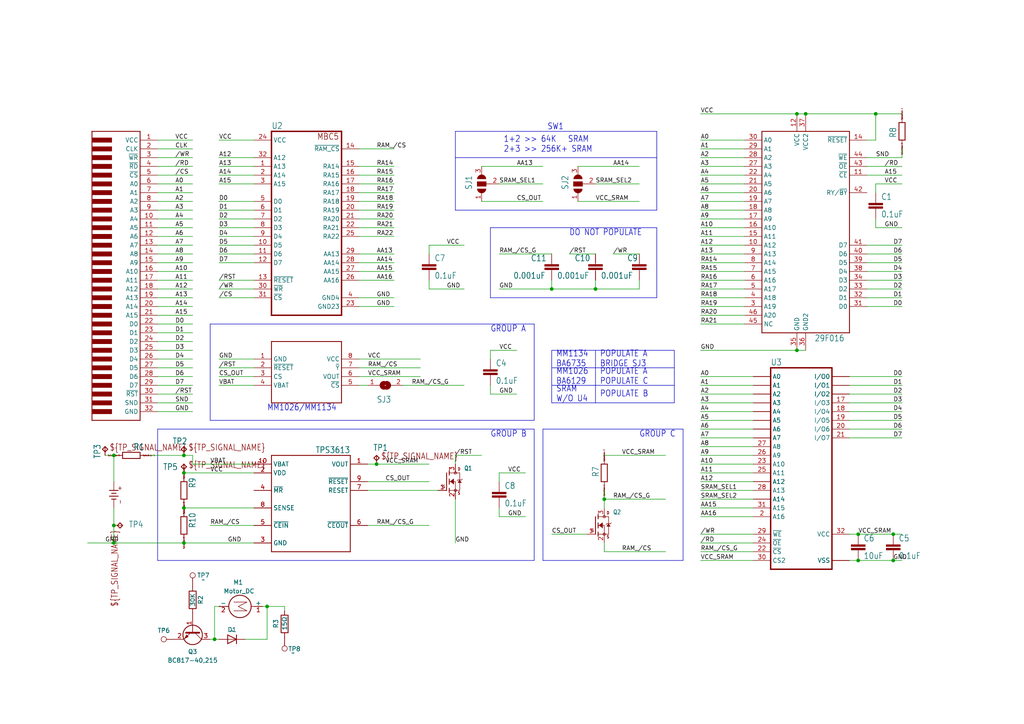
<source format=kicad_sch>
(kicad_sch (version 20231120) (generator "eeschema") (generator_version "8.0")
  (paper "A4")
  (lib_symbols
    (symbol "Connector:TestPoint" (pin_numbers hide) (pin_names (offset 0.762) hide)
      (property "Reference" "TP" (at 0 6.858 0))
      (property "Value" "TestPoint" (at 0 5.08 0))
      (symbol "TestPoint_1_1"
        (pin passive line (at 0 0 90) (length 2.54) (name "1") (number "1"))
      )
    )
    (symbol "Device:D" (pin_numbers hide) (pin_names (offset 1.016) hide)
      (property "Reference" "D" (at 0 2.54 0))
      (property "Value" "D" (at 0 -2.54 0))
      (symbol "D_1_1"
        (pin passive line (at -3.81 0 0) (length 2.54) (name "K") (number "1"))
        (pin passive line (at 3.81 0 180) (length 2.54) (name "A") (number "2"))
      )
    )
    (symbol "Device:Q_NPN_BEC" (pin_names (offset 0) hide)
      (property "Reference" "Q" (at 5.08 1.27 0))
      (property "Value" "Q_NPN_BEC" (at 5.08 -1.27 0))
      (symbol "Q_NPN_BEC_1_1"
        (pin input line (at -5.08 0 0) (length 5.715) (name "B") (number "1"))
        (pin passive line (at 2.54 -5.08 90) (length 2.54) (name "E") (number "2"))
        (pin passive line (at 2.54 5.08 270) (length 2.54) (name "C") (number "3"))
      )
    )
    (symbol "Device:R" (pin_numbers hide) (pin_names (offset 0))
      (property "Reference" "R" (at 2.032 0 90))
      (property "Value" "R" (at 0 0 90))
      (symbol "R_1_1"
        (pin passive line (at 0 3.81 270) (length 1.27) (name "~") (number "1"))
        (pin passive line (at 0 -3.81 90) (length 1.27) (name "~") (number "2"))
      )
    )
    (symbol "MBC5_1-4-eagle-import:1008L"
      (property "Reference" "IC" (at -10.16 20.955 0))
      (symbol "1008L_1_0"
        (pin input line (at -15.24 12.7 0) (length 5.08) (name "A2") (number "10"))
        (pin input line (at -15.24 15.24 0) (length 5.08) (name "A1") (number "11"))
        (pin input line (at -15.24 17.78 0) (length 5.08) (name "A0") (number "12"))
        (pin bidirectional line (at 12.7 17.78 180) (length 5.08) (name "I/O0") (number "13"))
        (pin bidirectional line (at 12.7 15.24 180) (length 5.08) (name "I/O1") (number "14"))
        (pin bidirectional line (at 12.7 12.7 180) (length 5.08) (name "I/O2") (number "15"))
        (pin power_in line (at 12.7 -35.56 180) (length 5.08) (name "VSS") (number "16"))
        (pin bidirectional line (at 12.7 10.16 180) (length 5.08) (name "I/O3") (number "17"))
        (pin bidirectional line (at 12.7 7.62 180) (length 5.08) (name "I/O4") (number "18"))
        (pin bidirectional line (at 12.7 5.08 180) (length 5.08) (name "I/O5") (number "19"))
        (pin input line (at -15.24 -22.86 0) (length 5.08) (name "A16") (number "2"))
        (pin bidirectional line (at 12.7 2.54 180) (length 5.08) (name "I/O6") (number "20"))
        (pin bidirectional line (at 12.7 0 180) (length 5.08) (name "I/O7") (number "21"))
        (pin input line (at -15.24 -33.02 0) (length 5.08) (name "~{CS}") (number "22"))
        (pin input line (at -15.24 -7.62 0) (length 5.08) (name "A10") (number "23"))
        (pin input line (at -15.24 -30.48 0) (length 5.08) (name "~{OE}") (number "24"))
        (pin input line (at -15.24 -10.16 0) (length 5.08) (name "A11") (number "25"))
        (pin input line (at -15.24 -5.08 0) (length 5.08) (name "A9") (number "26"))
        (pin input line (at -15.24 -2.54 0) (length 5.08) (name "A8") (number "27"))
        (pin input line (at -15.24 -15.24 0) (length 5.08) (name "A13") (number "28"))
        (pin input line (at -15.24 -27.94 0) (length 5.08) (name "~{WE}") (number "29"))
        (pin input line (at -15.24 -17.78 0) (length 5.08) (name "A14") (number "3"))
        (pin input line (at -15.24 -35.56 0) (length 5.08) (name "CS2") (number "30"))
        (pin input line (at -15.24 -20.32 0) (length 5.08) (name "A15") (number "31"))
        (pin power_in line (at 12.7 -27.94 180) (length 5.08) (name "VCC") (number "32"))
        (pin input line (at -15.24 -12.7 0) (length 5.08) (name "A12") (number "4"))
        (pin input line (at -15.24 0 0) (length 5.08) (name "A7") (number "5"))
        (pin input line (at -15.24 2.54 0) (length 5.08) (name "A6") (number "6"))
        (pin input line (at -15.24 5.08 0) (length 5.08) (name "A5") (number "7"))
        (pin input line (at -15.24 7.62 0) (length 5.08) (name "A4") (number "8"))
        (pin input line (at -15.24 10.16 0) (length 5.08) (name "A3") (number "9"))
        (pin input line (at -15.24 12.7 0) (length 5.08) (name "A2") (number "L10"))
        (pin input line (at -15.24 15.24 0) (length 5.08) (name "A1") (number "L11"))
        (pin input line (at -15.24 17.78 0) (length 5.08) (name "A0") (number "L12"))
        (pin bidirectional line (at 12.7 17.78 180) (length 5.08) (name "I/O0") (number "L13"))
        (pin bidirectional line (at 12.7 15.24 180) (length 5.08) (name "I/O1") (number "L14"))
        (pin bidirectional line (at 12.7 12.7 180) (length 5.08) (name "I/O2") (number "L15"))
        (pin power_in line (at 12.7 -35.56 180) (length 5.08) (name "VSS") (number "L16"))
        (pin input line (at -15.24 -17.78 0) (length 5.08) (name "A14") (number "L3"))
        (pin input line (at -15.24 -12.7 0) (length 5.08) (name "A12") (number "L4"))
        (pin input line (at -15.24 0 0) (length 5.08) (name "A7") (number "L5"))
        (pin input line (at -15.24 2.54 0) (length 5.08) (name "A6") (number "L6"))
        (pin input line (at -15.24 5.08 0) (length 5.08) (name "A5") (number "L7"))
        (pin input line (at -15.24 7.62 0) (length 5.08) (name "A4") (number "L8"))
        (pin input line (at -15.24 10.16 0) (length 5.08) (name "A3") (number "L9"))
      )
    )
    (symbol "MBC5_1-4-eagle-import:29F016"
      (symbol "29F016_1_0"
        (pin input line (at -17.78 -5.08 0) (length 5.08) (name "A12") (number "10"))
        (pin input line (at 17.78 15.24 180) (length 5.08) (name "~{CE}") (number "11"))
        (pin power_in line (at -2.54 33.02 270) (length 5.08) (name "VCC") (number "12"))
        (pin input line (at 17.78 25.4 180) (length 5.08) (name "~{RESET}") (number "14"))
        (pin input line (at -17.78 -2.54 0) (length 5.08) (name "A11") (number "15"))
        (pin input line (at -17.78 0 0) (length 5.08) (name "A10") (number "16"))
        (pin input line (at -17.78 2.54 0) (length 5.08) (name "A9") (number "17"))
        (pin input line (at -17.78 5.08 0) (length 5.08) (name "A8") (number "18"))
        (pin input line (at -17.78 7.62 0) (length 5.08) (name "A7") (number "19"))
        (pin input line (at -17.78 10.16 0) (length 5.08) (name "A6") (number "20"))
        (pin input line (at -17.78 12.7 0) (length 5.08) (name "A5") (number "21"))
        (pin input line (at -17.78 15.24 0) (length 5.08) (name "A4") (number "22"))
        (pin input line (at -17.78 17.78 0) (length 5.08) (name "A3") (number "27"))
        (pin input line (at -17.78 20.32 0) (length 5.08) (name "A2") (number "28"))
        (pin input line (at -17.78 22.86 0) (length 5.08) (name "A1") (number "29"))
        (pin input line (at -17.78 -22.86 0) (length 5.08) (name "A19") (number "3"))
        (pin input line (at -17.78 25.4 0) (length 5.08) (name "A0") (number "30"))
        (pin bidirectional line (at 17.78 -22.86 180) (length 5.08) (name "D0") (number "31"))
        (pin bidirectional line (at 17.78 -20.32 180) (length 5.08) (name "D1") (number "32"))
        (pin bidirectional line (at 17.78 -17.78 180) (length 5.08) (name "D2") (number "33"))
        (pin bidirectional line (at 17.78 -15.24 180) (length 5.08) (name "D3") (number "34"))
        (pin power_in line (at -2.54 -35.56 90) (length 5.08) (name "GND") (number "35"))
        (pin power_in line (at 0 -35.56 90) (length 5.08) (name "GND2") (number "36"))
        (pin power_in line (at 0 33.02 270) (length 5.08) (name "VCC2") (number "37"))
        (pin bidirectional line (at 17.78 -12.7 180) (length 5.08) (name "D4") (number "38"))
        (pin bidirectional line (at 17.78 -10.16 180) (length 5.08) (name "D5") (number "39"))
        (pin input line (at -17.78 -20.32 0) (length 5.08) (name "A18") (number "4"))
        (pin bidirectional line (at 17.78 -7.62 180) (length 5.08) (name "D6") (number "40"))
        (pin bidirectional line (at 17.78 -5.08 180) (length 5.08) (name "D7") (number "41"))
        (pin output line (at 17.78 10.16 180) (length 5.08) (name "RY/~{BY}") (number "42"))
        (pin input line (at 17.78 17.78 180) (length 5.08) (name "~{OE}") (number "43"))
        (pin input line (at 17.78 20.32 180) (length 5.08) (name "~{WE}") (number "44"))
        (pin input line (at -17.78 -27.94 0) (length 5.08) (name "NC") (number "45"))
        (pin input line (at -17.78 -25.4 0) (length 5.08) (name "A20") (number "46"))
        (pin input line (at -17.78 -17.78 0) (length 5.08) (name "A17") (number "5"))
        (pin input line (at -17.78 -15.24 0) (length 5.08) (name "A16") (number "6"))
        (pin input line (at -17.78 -12.7 0) (length 5.08) (name "A15") (number "7"))
        (pin input line (at -17.78 -10.16 0) (length 5.08) (name "A14") (number "8"))
        (pin input line (at -17.78 -7.62 0) (length 5.08) (name "A13") (number "9"))
      )
    )
    (symbol "MBC5_1-4-eagle-import:C-EUC0603"
      (property "Reference" "C" (at 1.524 0.381 0))
      (symbol "C-EUC0603_1_0"
        (pin passive line (at 0 2.54 270) (length 2.54) (name "1") (number "1"))
        (pin passive line (at 0 -5.08 90) (length 2.54) (name "2") (number "2"))
      )
    )
    (symbol "MBC5_1-4-eagle-import:CR2025"
      (symbol "CR2025_1_0"
        (text "+" (at -2.54 0 0) (effects (font (size 1.27 1.0795)) (justify left bottom)))
        (text "-" (at -2.54 -2.54 900) (effects (font (size 1.27 1.0795)) (justify right top)))
        (pin power_in line (at 0 2.54 270) (length 2.54) (name "+") (number "+"))
        (pin power_in line (at 0 -5.08 90) (length 2.54) (name "-") (number "-"))
      )
    )
    (symbol "MBC5_1-4-eagle-import:GBC_CARTTAB"
      (symbol "GBC_CARTTAB_1_0"
        (pin power_in line (at 10.16 38.1 180) (length 5.08) (name "VCC") (number "1"))
        (pin output line (at 10.16 15.24 180) (length 5.08) (name "A4") (number "10"))
        (pin output line (at 10.16 12.7 180) (length 5.08) (name "A5") (number "11"))
        (pin output line (at 10.16 10.16 180) (length 5.08) (name "A6") (number "12"))
        (pin output line (at 10.16 7.62 180) (length 5.08) (name "A7") (number "13"))
        (pin output line (at 10.16 5.08 180) (length 5.08) (name "A8") (number "14"))
        (pin output line (at 10.16 2.54 180) (length 5.08) (name "A9") (number "15"))
        (pin output line (at 10.16 0 180) (length 5.08) (name "A10") (number "16"))
        (pin output line (at 10.16 -2.54 180) (length 5.08) (name "A11") (number "17"))
        (pin output line (at 10.16 -5.08 180) (length 5.08) (name "A12") (number "18"))
        (pin output line (at 10.16 -7.62 180) (length 5.08) (name "A13") (number "19"))
        (pin output line (at 10.16 35.56 180) (length 5.08) (name "CLK") (number "2"))
        (pin output line (at 10.16 -10.16 180) (length 5.08) (name "A14") (number "20"))
        (pin output line (at 10.16 -12.7 180) (length 5.08) (name "A15") (number "21"))
        (pin bidirectional line (at 10.16 -15.24 180) (length 5.08) (name "D0") (number "22"))
        (pin bidirectional line (at 10.16 -17.78 180) (length 5.08) (name "D1") (number "23"))
        (pin bidirectional line (at 10.16 -20.32 180) (length 5.08) (name "D2") (number "24"))
        (pin bidirectional line (at 10.16 -22.86 180) (length 5.08) (name "D3") (number "25"))
        (pin bidirectional line (at 10.16 -25.4 180) (length 5.08) (name "D4") (number "26"))
        (pin bidirectional line (at 10.16 -27.94 180) (length 5.08) (name "D5") (number "27"))
        (pin bidirectional line (at 10.16 -30.48 180) (length 5.08) (name "D6") (number "28"))
        (pin bidirectional line (at 10.16 -33.02 180) (length 5.08) (name "D7") (number "29"))
        (pin output line (at 10.16 33.02 180) (length 5.08) (name "~{WR}") (number "3"))
        (pin bidirectional line (at 10.16 -35.56 180) (length 5.08) (name "~{RST}") (number "30"))
        (pin bidirectional line (at 10.16 -38.1 180) (length 5.08) (name "SND") (number "31"))
        (pin power_in line (at 10.16 -40.64 180) (length 5.08) (name "GND") (number "32"))
        (pin output line (at 10.16 30.48 180) (length 5.08) (name "~{RD}") (number "4"))
        (pin output line (at 10.16 27.94 180) (length 5.08) (name "~{CS}") (number "5"))
        (pin output line (at 10.16 25.4 180) (length 5.08) (name "A0") (number "6"))
        (pin output line (at 10.16 22.86 180) (length 5.08) (name "A1") (number "7"))
        (pin output line (at 10.16 20.32 180) (length 5.08) (name "A2") (number "8"))
        (pin output line (at 10.16 17.78 180) (length 5.08) (name "A3") (number "9"))
      )
    )
    (symbol "MBC5_1-4-eagle-import:MBC5"
      (property "Reference" "IC" (at -10.16 26.035 0))
      (symbol "MBC5_1_0"
        (text "MBC5" (at 3.048 22.86 0) (effects (font (size 1.778 1.5113)) (justify left bottom)))
        (pin input line (at -15.24 15.24 0) (length 5.08) (name "A13") (number "1"))
        (pin input line (at -15.24 -7.62 0) (length 5.08) (name "D5") (number "10"))
        (pin input line (at -15.24 -10.16 0) (length 5.08) (name "D6") (number "11"))
        (pin input line (at -15.24 -12.7 0) (length 5.08) (name "D7") (number "12"))
        (pin input line (at -15.24 -17.78 0) (length 5.08) (name "~{RESET}") (number "13"))
        (pin output line (at 15.24 20.32 180) (length 5.08) (name "~{RAM_CS}") (number "14"))
        (pin output line (at 15.24 15.24 180) (length 5.08) (name "RA14") (number "15"))
        (pin output line (at 15.24 12.7 180) (length 5.08) (name "RA15") (number "16"))
        (pin output line (at 15.24 10.16 180) (length 5.08) (name "RA16") (number "17"))
        (pin output line (at 15.24 7.62 180) (length 5.08) (name "RA17") (number "18"))
        (pin output line (at 15.24 5.08 180) (length 5.08) (name "RA18") (number "19"))
        (pin input line (at -15.24 12.7 0) (length 5.08) (name "A14") (number "2"))
        (pin output line (at 15.24 2.54 180) (length 5.08) (name "RA19") (number "20"))
        (pin output line (at 15.24 0 180) (length 5.08) (name "RA20") (number "21"))
        (pin output line (at 15.24 -2.54 180) (length 5.08) (name "RA21") (number "22"))
        (pin power_in line (at 15.24 -25.4 180) (length 5.08) (name "GND23") (number "23"))
        (pin power_in line (at -15.24 22.86 0) (length 5.08) (name "VCC") (number "24"))
        (pin output line (at 15.24 -5.08 180) (length 5.08) (name "RA22") (number "25"))
        (pin output line (at 15.24 -17.78 180) (length 5.08) (name "AA16") (number "26"))
        (pin output line (at 15.24 -15.24 180) (length 5.08) (name "AA15") (number "27"))
        (pin output line (at 15.24 -12.7 180) (length 5.08) (name "AA14") (number "28"))
        (pin output line (at 15.24 -10.16 180) (length 5.08) (name "AA13") (number "29"))
        (pin input line (at -15.24 10.16 0) (length 5.08) (name "A15") (number "3"))
        (pin input line (at -15.24 -20.32 0) (length 5.08) (name "~{WR}") (number "30"))
        (pin input line (at -15.24 -22.86 0) (length 5.08) (name "~{CS}") (number "31"))
        (pin input line (at -15.24 17.78 0) (length 5.08) (name "A12") (number "32"))
        (pin power_in line (at 15.24 -22.86 180) (length 5.08) (name "GND4") (number "4"))
        (pin input line (at -15.24 5.08 0) (length 5.08) (name "D0") (number "5"))
        (pin input line (at -15.24 2.54 0) (length 5.08) (name "D1") (number "6"))
        (pin input line (at -15.24 0 0) (length 5.08) (name "D2") (number "7"))
        (pin input line (at -15.24 -2.54 0) (length 5.08) (name "D3") (number "8"))
        (pin input line (at -15.24 -5.08 0) (length 5.08) (name "D4") (number "9"))
      )
    )
    (symbol "MBC5_1-4-eagle-import:MM1134"
      (symbol "MM1134_1_0"
        (pin power_in line (at -15.24 5.08 0) (length 5.08) (name "GND") (number "1"))
        (pin input line (at -15.24 2.54 0) (length 5.08) (name "~{RESET}") (number "2"))
        (pin output line (at -15.24 0 0) (length 5.08) (name "CS") (number "3"))
        (pin power_in line (at -15.24 -2.54 0) (length 5.08) (name "VBAT") (number "4"))
        (pin output line (at 15.24 -2.54 180) (length 5.08) (name "~{CS}") (number "5"))
        (pin power_in line (at 15.24 0 180) (length 5.08) (name "VOUT") (number "6"))
        (pin input line (at 15.24 2.54 180) (length 5.08) (name "~{Y}") (number "7"))
        (pin power_in line (at 15.24 5.08 180) (length 5.08) (name "VCC") (number "8"))
      )
    )
    (symbol "MBC5_1-4-eagle-import:MOSFET-NREFLOW"
      (property "Reference" "Q" (at 5.08 0.635 0))
      (symbol "MOSFET-NREFLOW_1_0"
        (text "D" (at 3.175 3.175 0) (effects (font (size 0.8128 0.6908)) (justify left bottom)))
        (text "G" (at -1.27 -1.905 0) (effects (font (size 0.8128 0.6908)) (justify left bottom)))
        (text "S" (at 3.175 -3.81 0) (effects (font (size 0.8128 0.6908)) (justify left bottom)))
        (pin bidirectional line (at -2.54 -2.54 0) (length 2.54) (name "G") (number "1"))
        (pin bidirectional line (at 2.54 -5.08 90) (length 2.54) (name "S") (number "2"))
        (pin bidirectional line (at 2.54 5.08 270) (length 2.54) (name "D") (number "3"))
      )
    )
    (symbol "MBC5_1-4-eagle-import:RR0603"
      (property "Reference" "R" (at -3.81 1.4986 0))
      (symbol "RR0603_1_0"
        (text "SpiceOrder 1" (at -5.08 0 0) (effects (font (size 0.4064 0.3454))))
        (text "SpiceOrder 2" (at 5.08 0 0) (effects (font (size 0.4064 0.3454))))
        (pin passive line (at -5.08 0 0) (length 2.54) (name "1") (number "1"))
        (pin passive line (at 5.08 0 180) (length 2.54) (name "2") (number "2"))
      )
    )
    (symbol "MBC5_1-4-eagle-import:SJ"
      (property "Reference" "SJ" (at -2.54 2.54 0))
      (symbol "SJ_1_0"
        (pin passive line (at -5.08 0 0) (length 2.54) (name "1") (number "1"))
        (pin passive line (at 5.08 0 180) (length 2.54) (name "2") (number "2"))
      )
    )
    (symbol "MBC5_1-4-eagle-import:SJ2W"
      (property "Reference" "SJ" (at 2.54 0.381 0))
      (symbol "SJ2W_1_0"
        (pin passive line (at 0 5.08 270) (length 2.54) (name "1") (number "1"))
        (pin passive line (at -5.08 0 0) (length 2.54) (name "2") (number "2"))
        (pin passive line (at 0 -5.08 90) (length 2.54) (name "3") (number "3"))
      )
    )
    (symbol "MBC5_1-4-eagle-import:TPB1,27"
      (property "Reference" "TP" (at -1.27 1.27 0))
      (symbol "TPB1,27_1_0"
        (text "${TP_SIGNAL_NAME}" (at 1.27 -1.27 0) (effects (font (size 1.778 1.5113)) (justify left bottom)))
        (pin input line (at 0 -2.54 90) (length 2.54) (name "TP") (number "TP"))
      )
    )
    (symbol "MBC5_1-4-eagle-import:TPS3613"
      (symbol "TPS3613_1_0"
        (pin power_in line (at 17.78 10.16 180) (length 5.08) (name "VOUT") (number "1"))
        (pin power_in line (at -15.24 10.16 0) (length 5.08) (name "VBAT") (number "10"))
        (pin power_in line (at -15.24 7.62 0) (length 5.08) (name "VDD") (number "2"))
        (pin power_in line (at -15.24 -12.7 0) (length 5.08) (name "GND") (number "3"))
        (pin input line (at -15.24 2.54 0) (length 5.08) (name "~{MR}") (number "4"))
        (pin input line (at -15.24 -7.62 0) (length 5.08) (name "~{CEIN}") (number "5"))
        (pin output line (at 17.78 -7.62 180) (length 5.08) (name "~{CEOUT}") (number "6"))
        (pin output line (at 17.78 2.54 180) (length 5.08) (name "RESET") (number "7"))
        (pin input line (at -15.24 -2.54 0) (length 5.08) (name "SENSE") (number "8"))
        (pin output line (at 17.78 5.08 180) (length 5.08) (name "~{RESET}") (number "9"))
      )
    )
    (symbol "Motor:Motor_DC" (pin_names (offset 0))
      (property "Reference" "M" (at 2.54 2.54 0))
      (property "Value" "Motor_DC" (at 2.54 -5.08 0))
      (symbol "Motor_DC_1_1"
        (pin passive line (at 0 5.08 270) (length 2.54) (name "+") (number "1"))
        (pin passive line (at 0 -7.62 90) (length 2.54) (name "-") (number "2"))
      )
    )
  )
  (junction (at 233.68 33.02))
  (junction (at 231.14 101.6))
  (junction (at 53.34 147.32))
  (junction (at 33.02 132.08))
  (junction (at 77.47 175.895))
  (junction (at 259.08 162.56))
  (junction (at 33.02 152.4))
  (junction (at 175.26 144.78))
  (junction (at 62.23 185.42))
  (junction (at 172.72 83.82))
  (junction (at 259.08 154.94))
  (junction (at 109.22 134.62))
  (junction (at 231.14 33.02))
  (junction (at 248.92 162.56))
  (junction (at 254 33.02))
  (junction (at 33.02 157.48))
  (junction (at 160.02 83.82))
  (junction (at 53.34 137.16))
  (junction (at 53.34 132.08))
  (junction (at 53.34 157.48))
  (junction (at 248.92 154.94))
  (wire (pts (xy 63.5 175.895) (xy 62.23 175.895)))
  (wire (pts (xy 259.08 162.56) (xy 261.62 162.56)) (stroke (width 0.1524)))
  (polyline (pts (xy 190.5 66.04) (xy 142.24 66.04)) (stroke (width 0.1524) (type solid)))
  (wire (pts (xy 104.14 76.2) (xy 114.3 76.2)) (stroke (width 0.1524)))
  (wire (pts (xy 62.23 175.895) (xy 62.23 185.42)))
  (wire (pts (xy 63.5 83.82) (xy 73.66 83.82)) (stroke (width 0.1524)))
  (wire (pts (xy 45.72 58.42) (xy 55.88 58.42)) (stroke (width 0.1524)))
  (wire (pts (xy 144.78 149.86) (xy 152.4 149.86)) (stroke (width 0.1524)))
  (wire (pts (xy 218.44 149.86) (xy 203.2 149.86)) (stroke (width 0.1524)))
  (wire (pts (xy 104.14 106.68) (xy 121.92 106.68)) (stroke (width 0.1524)))
  (wire (pts (xy 55.88 134.62) (xy 55.88 132.08)) (stroke (width 0.1524)))
  (wire (pts (xy 45.72 86.36) (xy 55.88 86.36)) (stroke (width 0.1524)))
  (wire (pts (xy 82.55 175.895) (xy 82.55 177.165)))
  (wire (pts (xy 261.62 81.28) (xy 251.46 81.28)) (stroke (width 0.1524)))
  (polyline (pts (xy 45.72 162.56) (xy 45.72 124.46)) (stroke (width 0.1524) (type solid)))
  (wire (pts (xy 160.02 83.82) (xy 144.78 83.82)) (stroke (width 0.1524)))
  (wire (pts (xy 132.08 134.62) (xy 132.08 132.08)) (stroke (width 0.1524)))
  (wire (pts (xy 63.5 48.26) (xy 73.66 48.26)) (stroke (width 0.1524)))
  (wire (pts (xy 175.26 142.24) (xy 175.26 144.78)) (stroke (width 0.1524)))
  (wire (pts (xy 203.2 63.5) (xy 215.9 63.5)) (stroke (width 0.1524)))
  (wire (pts (xy 33.02 147.32) (xy 33.02 152.4)) (stroke (width 0.1524)))
  (wire (pts (xy 175.26 132.08) (xy 193.04 132.08)) (stroke (width 0.1524)))
  (wire (pts (xy 104.14 111.76) (xy 106.68 111.76)) (stroke (width 0.1524)))
  (wire (pts (xy 63.5 60.96) (xy 73.66 60.96)) (stroke (width 0.1524)))
  (wire (pts (xy 77.47 175.895) (xy 77.47 185.42)))
  (wire (pts (xy 203.2 160.02) (xy 218.44 160.02)) (stroke (width 0.1524)))
  (wire (pts (xy 203.2 129.54) (xy 218.44 129.54)) (stroke (width 0.1524)))
  (wire (pts (xy 77.47 175.895) (xy 82.55 175.895)))
  (wire (pts (xy 246.38 154.94) (xy 248.92 154.94)) (stroke (width 0.1524)))
  (wire (pts (xy 142.24 101.6) (xy 149.86 101.6)) (stroke (width 0.1524)))
  (wire (pts (xy 251.46 45.72) (xy 261.62 45.72)) (stroke (width 0.1524)))
  (wire (pts (xy 45.72 116.84) (xy 55.88 116.84)) (stroke (width 0.1524)))
  (wire (pts (xy 203.2 132.08) (xy 218.44 132.08)) (stroke (width 0.1524)))
  (wire (pts (xy 261.62 88.9) (xy 251.46 88.9)) (stroke (width 0.1524)))
  (wire (pts (xy 124.46 83.82) (xy 134.62 83.82)) (stroke (width 0.1524)))
  (wire (pts (xy 63.5 45.72) (xy 73.66 45.72)) (stroke (width 0.1524)))
  (wire (pts (xy 45.72 83.82) (xy 55.88 83.82)) (stroke (width 0.1524)))
  (wire (pts (xy 104.14 50.8) (xy 114.3 50.8)) (stroke (width 0.1524)))
  (wire (pts (xy 45.72 111.76) (xy 55.88 111.76)) (stroke (width 0.1524)))
  (polyline (pts (xy 154.94 124.46) (xy 154.94 162.56)) (stroke (width 0.1524) (type solid)))
  (wire (pts (xy 185.42 83.82) (xy 172.72 83.82)) (stroke (width 0.1524)))
  (wire (pts (xy 104.14 109.22) (xy 121.92 109.22)) (stroke (width 0.1524)))
  (wire (pts (xy 63.5 76.2) (xy 73.66 76.2)) (stroke (width 0.1524)))
  (wire (pts (xy 33.02 132.08) (xy 33.02 139.7)) (stroke (width 0.1524)))
  (polyline (pts (xy 195.58 111.76) (xy 195.58 116.84)) (stroke (width 0.1524) (type solid)))
  (wire (pts (xy 104.14 78.74) (xy 114.3 78.74)) (stroke (width 0.1524)))
  (wire (pts (xy 73.66 109.22) (xy 63.5 109.22)) (stroke (width 0.1524)))
  (wire (pts (xy 45.72 76.2) (xy 55.88 76.2)) (stroke (width 0.1524)))
  (wire (pts (xy 203.2 124.46) (xy 218.44 124.46)) (stroke (width 0.1524)))
  (wire (pts (xy 160.02 83.82) (xy 172.72 83.82)) (stroke (width 0.1524)))
  (wire (pts (xy 203.2 50.8) (xy 215.9 50.8)) (stroke (width 0.1524)))
  (wire (pts (xy 106.68 139.7) (xy 124.46 139.7)) (stroke (width 0.1524)))
  (wire (pts (xy 231.14 33.02) (xy 203.2 33.02)) (stroke (width 0.1524)))
  (wire (pts (xy 203.2 139.7) (xy 218.44 139.7)) (stroke (width 0.1524)))
  (wire (pts (xy 246.38 114.3) (xy 261.62 114.3)) (stroke (width 0.1524)))
  (wire (pts (xy 142.24 111.76) (xy 142.24 114.3)) (stroke (width 0.1524)))
  (wire (pts (xy 144.78 147.32) (xy 144.78 149.86)) (stroke (width 0.1524)))
  (wire (pts (xy 45.72 48.26) (xy 55.88 48.26)) (stroke (width 0.1524)))
  (wire (pts (xy 73.66 81.28) (xy 63.5 81.28)) (stroke (width 0.1524)))
  (wire (pts (xy 246.38 121.92) (xy 261.62 121.92)) (stroke (width 0.1524)))
  (wire (pts (xy 77.47 185.42) (xy 71.12 185.42)))
  (wire (pts (xy 124.46 71.12) (xy 134.62 71.12)) (stroke (width 0.1524)))
  (wire (pts (xy 63.5 68.58) (xy 73.66 68.58)) (stroke (width 0.1524)))
  (wire (pts (xy 104.14 104.14) (xy 121.92 104.14)) (stroke (width 0.1524)))
  (wire (pts (xy 175.26 160.02) (xy 175.26 157.48)) (stroke (width 0.1524)))
  (wire (pts (xy 261.62 66.04) (xy 254 66.04)) (stroke (width 0.1524)))
  (wire (pts (xy 63.5 63.5) (xy 73.66 63.5)) (stroke (width 0.1524)))
  (polyline (pts (xy 160.02 106.68) (xy 160.02 101.6)) (stroke (width 0.1524) (type solid)))
  (wire (pts (xy 203.2 53.34) (xy 215.9 53.34)) (stroke (width 0.1524)))
  (polyline (pts (xy 132.08 45.72) (xy 132.08 38.1)) (stroke (width 0.1524) (type solid)))
  (wire (pts (xy 261.62 83.82) (xy 251.46 83.82)) (stroke (width 0.1524)))
  (wire (pts (xy 142.24 104.14) (xy 142.24 101.6)) (stroke (width 0.1524)))
  (wire (pts (xy 104.14 68.58) (xy 114.3 68.58)) (stroke (width 0.1524)))
  (polyline (pts (xy 160.02 111.76) (xy 195.58 111.76)) (stroke (width 0.1524) (type solid)))
  (wire (pts (xy 254 33.02) (xy 254 40.64)) (stroke (width 0.1524)))
  (wire (pts (xy 45.72 68.58) (xy 55.88 68.58)) (stroke (width 0.1524)))
  (wire (pts (xy 203.2 134.62) (xy 218.44 134.62)) (stroke (width 0.1524)))
  (wire (pts (xy 203.2 76.2) (xy 215.9 76.2)) (stroke (width 0.1524)))
  (wire (pts (xy 63.5 53.34) (xy 73.66 53.34)) (stroke (width 0.1524)))
  (wire (pts (xy 254 66.04) (xy 254 63.5)) (stroke (width 0.1524)))
  (wire (pts (xy 142.24 114.3) (xy 149.86 114.3)) (stroke (width 0.1524)))
  (wire (pts (xy 33.02 152.4) (xy 33.02 157.48)) (stroke (width 0.1524)))
  (wire (pts (xy 73.66 134.62) (xy 55.88 134.62)) (stroke (width 0.1524)))
  (polyline (pts (xy 154.94 121.92) (xy 154.94 93.98)) (stroke (width 0.1524) (type solid)))
  (wire (pts (xy 160.02 81.28) (xy 160.02 83.82)) (stroke (width 0.1524)))
  (wire (pts (xy 203.2 109.22) (xy 218.44 109.22)) (stroke (width 0.1524)))
  (polyline (pts (xy 198.12 124.46) (xy 198.12 162.56)) (stroke (width 0.1524) (type solid)))
  (wire (pts (xy 139.7 132.08) (xy 132.08 132.08)) (stroke (width 0.1524)))
  (wire (pts (xy 203.2 91.44) (xy 215.9 91.44)) (stroke (width 0.1524)))
  (wire (pts (xy 63.5 40.64) (xy 73.66 40.64)) (stroke (width 0.1524)))
  (polyline (pts (xy 160.02 106.68) (xy 195.58 106.68)) (stroke (width 0.1524) (type solid)))
  (wire (pts (xy 218.44 144.78) (xy 203.2 144.78)) (stroke (width 0.1524)))
  (wire (pts (xy 233.68 33.02) (xy 231.14 33.02)) (stroke (width 0.1524)))
  (polyline (pts (xy 190.5 60.96) (xy 190.5 45.72)) (stroke (width 0.1524) (type solid)))
  (wire (pts (xy 45.72 50.8) (xy 55.88 50.8)) (stroke (width 0.1524)))
  (wire (pts (xy 45.72 53.34) (xy 55.88 53.34)) (stroke (width 0.1524)))
  (wire (pts (xy 45.72 106.68) (xy 55.88 106.68)) (stroke (width 0.1524)))
  (wire (pts (xy 203.2 48.26) (xy 215.9 48.26)) (stroke (width 0.1524)))
  (wire (pts (xy 254 40.64) (xy 251.46 40.64)) (stroke (width 0.1524)))
  (wire (pts (xy 45.72 71.12) (xy 55.88 71.12)) (stroke (width 0.1524)))
  (wire (pts (xy 185.42 73.66) (xy 177.8 73.66)) (stroke (width 0.1524)))
  (wire (pts (xy 53.34 132.08) (xy 43.18 132.08)) (stroke (width 0.1524)))
  (polyline (pts (xy 190.5 45.72) (xy 190.5 38.1)) (stroke (width 0.1524) (type solid)))
  (polyline (pts (xy 157.48 162.56) (xy 157.48 124.46)) (stroke (width 0.1524) (type solid)))
  (wire (pts (xy 261.62 76.2) (xy 251.46 76.2)) (stroke (width 0.1524)))
  (wire (pts (xy 104.14 73.66) (xy 114.3 73.66)) (stroke (width 0.1524)))
  (wire (pts (xy 134.62 111.76) (xy 116.84 111.76)) (stroke (width 0.1524)))
  (wire (pts (xy 45.72 66.04) (xy 55.88 66.04)) (stroke (width 0.1524)))
  (wire (pts (xy 261.62 53.34) (xy 254 53.34)) (stroke (width 0.1524)))
  (wire (pts (xy 261.62 73.66) (xy 251.46 73.66)) (stroke (width 0.1524)))
  (wire (pts (xy 124.46 152.4) (xy 106.68 152.4)) (stroke (width 0.1524)))
  (polyline (pts (xy 190.5 86.36) (xy 190.5 66.04)) (stroke (width 0.1524) (type solid)))
  (wire (pts (xy 172.72 83.82) (xy 172.72 81.28)) (stroke (width 0.1524)))
  (wire (pts (xy 254 53.34) (xy 254 55.88)) (stroke (width 0.1524)))
  (wire (pts (xy 124.46 83.82) (xy 124.46 81.28)) (stroke (width 0.1524)))
  (wire (pts (xy 63.5 66.04) (xy 73.66 66.04)) (stroke (width 0.1524)))
  (polyline (pts (xy 154.94 93.98) (xy 60.96 93.98)) (stroke (width 0.1524) (type solid)))
  (wire (pts (xy 203.2 43.18) (xy 215.9 43.18)) (stroke (width 0.1524)))
  (wire (pts (xy 215.9 93.98) (xy 203.2 93.98)) (stroke (width 0.1524)))
  (wire (pts (xy 60.96 185.42) (xy 62.23 185.42)))
  (wire (pts (xy 203.2 40.64) (xy 215.9 40.64)) (stroke (width 0.1524)))
  (wire (pts (xy 261.62 86.36) (xy 251.46 86.36)) (stroke (width 0.1524)))
  (wire (pts (xy 104.14 43.18) (xy 114.3 43.18)) (stroke (width 0.1524)))
  (wire (pts (xy 63.5 71.12) (xy 73.66 71.12)) (stroke (width 0.1524)))
  (wire (pts (xy 261.62 78.74) (xy 251.46 78.74)) (stroke (width 0.1524)))
  (wire (pts (xy 45.72 91.44) (xy 55.88 91.44)) (stroke (width 0.1524)))
  (wire (pts (xy 203.2 86.36) (xy 215.9 86.36)) (stroke (width 0.1524)))
  (wire (pts (xy 45.72 101.6) (xy 55.88 101.6)) (stroke (width 0.1524)))
  (wire (pts (xy 45.72 55.88) (xy 55.88 55.88)) (stroke (width 0.1524)))
  (wire (pts (xy 218.44 157.48) (xy 203.2 157.48)) (stroke (width 0.1524)))
  (wire (pts (xy 62.23 185.42) (xy 63.5 185.42)))
  (wire (pts (xy 203.2 121.92) (xy 218.44 121.92)) (stroke (width 0.1524)))
  (polyline (pts (xy 195.58 116.84) (xy 172.72 116.84)) (stroke (width 0.1524) (type solid)))
  (wire (pts (xy 172.72 73.66) (xy 165.1 73.66)) (stroke (width 0.1524)))
  (wire (pts (xy 73.66 157.48) (xy 53.34 157.48)) (stroke (width 0.1524)))
  (wire (pts (xy 246.38 127) (xy 261.62 127)) (stroke (width 0.1524)))
  (wire (pts (xy 203.2 78.74) (xy 215.9 78.74)) (stroke (width 0.1524)))
  (wire (pts (xy 45.72 96.52) (xy 55.88 96.52)) (stroke (width 0.1524)))
  (wire (pts (xy 233.68 101.6) (xy 231.14 101.6)) (stroke (width 0.1524)))
  (wire (pts (xy 203.2 88.9) (xy 215.9 88.9)) (stroke (width 0.1524)))
  (wire (pts (xy 203.2 68.58) (xy 215.9 68.58)) (stroke (width 0.1524)))
  (wire (pts (xy 104.14 48.26) (xy 114.3 48.26)) (stroke (width 0.1524)))
  (wire (pts (xy 63.5 50.8) (xy 73.66 50.8)) (stroke (width 0.1524)))
  (wire (pts (xy 45.72 93.98) (xy 55.88 93.98)) (stroke (width 0.1524)))
  (wire (pts (xy 167.64 48.26) (xy 185.42 48.26)) (stroke (width 0.1524)))
  (wire (pts (xy 104.14 60.96) (xy 114.3 60.96)) (stroke (width 0.1524)))
  (polyline (pts (xy 172.72 101.6) (xy 172.72 116.84)) (stroke (width 0.1524) (type solid)))
  (wire (pts (xy 203.2 111.76) (xy 218.44 111.76)) (stroke (width 0.1524)))
  (wire (pts (xy 104.14 55.88) (xy 114.3 55.88)) (stroke (width 0.1524)))
  (wire (pts (xy 203.2 45.72) (xy 215.9 45.72)) (stroke (width 0.1524)))
  (wire (pts (xy 144.78 137.16) (xy 152.4 137.16)) (stroke (width 0.1524)))
  (wire (pts (xy 106.68 142.24) (xy 127 142.24)) (stroke (width 0.1524)))
  (polyline (pts (xy 154.94 162.56) (xy 45.72 162.56)) (stroke (width 0.1524) (type solid)))
  (polyline (pts (xy 60.96 121.92) (xy 60.96 93.98)) (stroke (width 0.1524) (type solid)))
  (wire (pts (xy 160.02 154.94) (xy 170.18 154.94)) (stroke (width 0.1524)))
  (wire (pts (xy 104.14 81.28) (xy 114.3 81.28)) (stroke (width 0.1524)))
  (wire (pts (xy 203.2 114.3) (xy 218.44 114.3)) (stroke (width 0.1524)))
  (wire (pts (xy 172.72 53.34) (xy 185.42 53.34)) (stroke (width 0.1524)))
  (wire (pts (xy 175.26 144.78) (xy 175.26 147.32)) (stroke (width 0.1524)))
  (wire (pts (xy 203.2 81.28) (xy 215.9 81.28)) (stroke (width 0.1524)))
  (polyline (pts (xy 160.02 116.84) (xy 160.02 111.76)) (stroke (width 0.1524) (type solid)))
  (wire (pts (xy 261.62 71.12) (xy 251.46 71.12)) (stroke (width 0.1524)))
  (wire (pts (xy 246.38 162.56) (xy 248.92 162.56)) (stroke (width 0.1524)))
  (wire (pts (xy 45.72 40.64) (xy 55.88 40.64)) (stroke (width 0.1524)))
  (wire (pts (xy 60.96 152.4) (xy 73.66 152.4)) (stroke (width 0.1524)))
  (wire (pts (xy 203.2 162.56) (xy 218.44 162.56)) (stroke (width 0.1524)))
  (wire (pts (xy 185.42 81.28) (xy 185.42 83.82)) (stroke (width 0.1524)))
  (polyline (pts (xy 195.58 101.6) (xy 195.58 106.68)) (stroke (width 0.1524) (type solid)))
  (wire (pts (xy 203.2 60.96) (xy 215.9 60.96)) (stroke (width 0.1524)))
  (wire (pts (xy 203.2 147.32) (xy 218.44 147.32)) (stroke (width 0.1524)))
  (wire (pts (xy 144.78 137.16) (xy 144.78 139.7)) (stroke (width 0.1524)))
  (polyline (pts (xy 160.02 111.76) (xy 160.02 106.68)) (stroke (width 0.1524) (type solid)))
  (wire (pts (xy 55.88 132.08) (xy 53.34 132.08)) (stroke (width 0.1524)))
  (wire (pts (xy 45.72 45.72) (xy 55.88 45.72)) (stroke (width 0.1524)))
  (wire (pts (xy 175.26 144.78) (xy 193.04 144.78)) (stroke (width 0.1524)))
  (wire (pts (xy 259.08 154.94) (xy 261.62 154.94)) (stroke (width 0.1524)))
  (wire (pts (xy 73.66 137.16) (xy 53.34 137.16)) (stroke (width 0.1524)))
  (wire (pts (xy 233.68 33.02) (xy 254 33.02)) (stroke (width 0.1524)))
  (wire (pts (xy 45.72 63.5) (xy 55.88 63.5)) (stroke (width 0.1524)))
  (polyline (pts (xy 172.72 116.84) (xy 160.02 116.84)) (stroke (width 0.1524) (type solid)))
  (wire (pts (xy 139.7 48.26) (xy 157.48 48.26)) (stroke (width 0.1524)))
  (wire (pts (xy 45.72 78.74) (xy 55.88 78.74)) (stroke (width 0.1524)))
  (wire (pts (xy 248.92 154.94) (xy 259.08 154.94)) (stroke (width 0.1524)))
  (wire (pts (xy 73.66 106.68) (xy 63.5 106.68)) (stroke (width 0.1524)))
  (wire (pts (xy 246.38 119.38) (xy 261.62 119.38)) (stroke (width 0.1524)))
  (wire (pts (xy 261.62 45.72) (xy 261.62 43.18)) (stroke (width 0.1524)))
  (polyline (pts (xy 132.08 45.72) (xy 190.5 45.72)) (stroke (width 0.1524) (type solid)))
  (wire (pts (xy 167.64 58.42) (xy 185.42 58.42)) (stroke (width 0.1524)))
  (wire (pts (xy 45.72 114.3) (xy 55.88 114.3)) (stroke (width 0.1524)))
  (polyline (pts (xy 45.72 124.46) (xy 154.94 124.46)) (stroke (width 0.1524) (type solid)))
  (wire (pts (xy 203.2 127) (xy 218.44 127)) (stroke (width 0.1524)))
  (wire (pts (xy 144.78 73.66) (xy 160.02 73.66)) (stroke (width 0.1524)))
  (wire (pts (xy 203.2 116.84) (xy 218.44 116.84)) (stroke (width 0.1524)))
  (wire (pts (xy 104.14 86.36) (xy 114.3 86.36)) (stroke (width 0.1524)))
  (wire (pts (xy 231.14 101.6) (xy 203.2 101.6)) (stroke (width 0.1524)))
  (wire (pts (xy 248.92 162.56) (xy 259.08 162.56)) (stroke (width 0.1524)))
  (polyline (pts (xy 190.5 86.36) (xy 142.24 86.36)) (stroke (width 0.1524) (type solid)))
  (wire (pts (xy 132.08 144.78) (xy 132.08 157.48)) (stroke (width 0.1524)))
  (wire (pts (xy 45.72 43.18) (xy 55.88 43.18)) (stroke (width 0.1524)))
  (wire (pts (xy 175.26 160.02) (xy 193.04 160.02)) (stroke (width 0.1524)))
  (polyline (pts (xy 154.94 121.92) (xy 60.96 121.92)) (stroke (width 0.1524) (type solid)))
  (wire (pts (xy 203.2 73.66) (xy 215.9 73.66)) (stroke (width 0.1524)))
  (wire (pts (xy 203.2 119.38) (xy 218.44 119.38)) (stroke (width 0.1524)))
  (polyline (pts (xy 132.08 60.96) (xy 132.08 45.72)) (stroke (width 0.1524) (type solid)))
  (wire (pts (xy 144.78 53.34) (xy 157.48 53.34)) (stroke (width 0.1524)))
  (wire (pts (xy 63.5 58.42) (xy 73.66 58.42)) (stroke (width 0.1524)))
  (wire (pts (xy 45.72 81.28) (xy 55.88 81.28)) (stroke (width 0.1524)))
  (wire (pts (xy 261.62 48.26) (xy 251.46 48.26)) (stroke (width 0.1524)))
  (wire (pts (xy 109.22 134.62) (xy 124.46 134.62)) (stroke (width 0.1524)))
  (polyline (pts (xy 132.08 60.96) (xy 190.5 60.96)) (stroke (width 0.1524) (type solid)))
  (wire (pts (xy 139.7 58.42) (xy 157.48 58.42)) (stroke (width 0.1524)))
  (wire (pts (xy 45.72 99.06) (xy 55.88 99.06)) (stroke (width 0.1524)))
  (polyline (pts (xy 195.58 106.68) (xy 195.58 111.76)) (stroke (width 0.1524) (type solid)))
  (wire (pts (xy 73.66 147.32) (xy 53.34 147.32)) (stroke (width 0.1524)))
  (wire (pts (xy 104.14 53.34) (xy 114.3 53.34)) (stroke (width 0.1524)))
  (wire (pts (xy 45.72 119.38) (xy 55.88 119.38)) (stroke (width 0.1524)))
  (wire (pts (xy 203.2 66.04) (xy 215.9 66.04)) (stroke (width 0.1524)))
  (polyline (pts (xy 157.48 124.46) (xy 198.12 124.46)) (stroke (width 0.1524) (type solid)))
  (polyline (pts (xy 160.02 101.6) (xy 195.58 101.6)) (stroke (width 0.1524) (type solid)))
  (wire (pts (xy 104.14 66.04) (xy 114.3 66.04)) (stroke (width 0.1524)))
  (wire (pts (xy 106.68 134.62) (xy 109.22 134.62)) (stroke (width 0.1524)))
  (wire (pts (xy 45.72 73.66) (xy 55.88 73.66)) (stroke (width 0.1524)))
  (wire (pts (xy 203.2 55.88) (xy 215.9 55.88)) (stroke (width 0.1524)))
  (wire (pts (xy 76.2 175.895) (xy 77.47 175.895)))
  (wire (pts (xy 104.14 63.5) (xy 114.3 63.5)) (stroke (width 0.1524)))
  (wire (pts (xy 246.38 124.46) (xy 261.62 124.46)) (stroke (width 0.1524)))
  (wire (pts (xy 104.14 88.9) (xy 114.3 88.9)) (stroke (width 0.1524)))
  (wire (pts (xy 33.02 157.48) (xy 53.34 157.48)) (stroke (width 0.1524)))
  (wire (pts (xy 261.62 33.02) (xy 254 33.02)) (stroke (width 0.1524)))
  (wire (pts (xy 246.38 116.84) (xy 261.62 116.84)) (stroke (width 0.1524)))
  (wire (pts (xy 33.02 157.48) (xy 25.4 157.48)) (stroke (width 0.1524)))
  (wire (pts (xy 124.46 71.12) (xy 124.46 73.66)) (stroke (width 0.1524)))
  (polyline (pts (xy 198.12 162.56) (xy 157.48 162.56)) (stroke (width 0.1524) (type solid)))
  (wire (pts (xy 63.5 73.66) (xy 73.66 73.66)) (stroke (width 0.1524)))
  (wire (pts (xy 203.2 83.82) (xy 215.9 83.82)) (stroke (width 0.1524)))
  (wire (pts (xy 246.38 109.22) (xy 261.62 109.22)) (stroke (width 0.1524)))
  (wire (pts (xy 203.2 71.12) (xy 215.9 71.12)) (stroke (width 0.1524)))
  (wire (pts (xy 203.2 137.16) (xy 218.44 137.16)) (stroke (width 0.1524)))
  (wire (pts (xy 218.44 142.24) (xy 203.2 142.24)) (stroke (width 0.1524)))
  (polyline (pts (xy 142.24 86.36) (xy 142.24 66.04)) (stroke (width 0.1524) (type solid)))
  (wire (pts (xy 63.5 86.36) (xy 73.66 86.36)) (stroke (width 0.1524)))
  (wire (pts (xy 251.46 50.8) (xy 261.62 50.8)) (stroke (width 0.1524)))
  (wire (pts (xy 33.02 132.08) (xy 30.48 132.08)) (stroke (width 0.1524)))
  (wire (pts (xy 45.72 88.9) (xy 55.88 88.9)) (stroke (width 0.1524)))
  (wire (pts (xy 246.38 111.76) (xy 261.62 111.76)) (stroke (width 0.1524)))
  (wire (pts (xy 45.72 104.14) (xy 55.88 104.14)) (stroke (width 0.1524)))
  (wire (pts (xy 45.72 109.22) (xy 55.88 109.22)) (stroke (width 0.1524)))
  (polyline (pts (xy 132.08 38.1) (xy 190.5 38.1)) (stroke (width 0.1524) (type solid)))
  (wire (pts (xy 104.14 58.42) (xy 114.3 58.42)) (stroke (width 0.1524)))
  (wire (pts (xy 203.2 58.42) (xy 215.9 58.42)) (stroke (width 0.1524)))
  (wire (pts (xy 45.72 60.96) (xy 55.88 60.96)) (stroke (width 0.1524)))
  (wire (pts (xy 218.44 154.94) (xy 203.2 154.94)) (stroke (width 0.1524)))
  (wire (pts (xy 73.66 111.76) (xy 63.5 111.76)) (stroke (width 0.1524)))
  (wire (pts (xy 63.5 104.14) (xy 73.66 104.14)) (stroke (width 0.1524)))
  (text "SW1" (at 158.75 36.83 0) (effects (font (size 1.778 1.5113)) (justify left)))
  (text "GROUP C" (at 185.42 127 0) (effects (font (size 1.778 1.5113)) (justify left bottom)))
  (text "MM1026/MM1134" (at 77.47 119.38 0) (effects (font (size 1.778 1.5113)) (justify left bottom)))
  (text "DO NOT POPULATE" (at 165.1 68.58 0) (effects (font (size 1.778 1.5113)) (justify left bottom)))
  (text "SRAM\nW/O U4" (at 161.29 114.3 0) (effects (font (size 1.778 1.5113)) (justify left)))
  (text "POPULATE B" (at 173.99 114.3 0) (effects (font (size 1.778 1.5113)) (justify left)))
  (text "POPULATE A\nPOPULATE C" (at 173.99 109.22 0) (effects (font (size 1.778 1.5113)) (justify left)))
  (text "MM1134\nBA6735" (at 161.29 104.14 0) (effects (font (size 1.778 1.5113)) (justify left)))
  (text "GROUP B" (at 142.24 127 0) (effects (font (size 1.778 1.5113)) (justify left bottom)))
  (text "POPULATE A\nBRIDGE SJ3" (at 173.99 104.14 0) (effects (font (size 1.778 1.5113)) (justify left)))
  (text "MM1026\nBA6129" (at 161.29 109.22 0) (effects (font (size 1.778 1.5113)) (justify left)))
  (text "GROUP A" (at 142.24 96.52 0) (effects (font (size 1.778 1.5113)) (justify left bottom)))
  (text "1+2 >> 64K   SRAM\n2+3 >> 256K+ SRAM" (at 146.05 41.91 0) (effects (font (size 1.778 1.5113)) (justify left)))
  (label "D7" (at 63.5 76.2 0) (effects (font (size 1.2446 1.2446))))
  (label "D5" (at 50.8 106.68 0) (effects (font (size 1.2446 1.2446))))
  (label "RAM_/CS_G" (at 109.22 152.4 0) (effects (font (size 1.2446 1.2446))))
  (label "RAM_/CS_G" (at 119.38 111.76 0) (effects (font (size 1.2446 1.2446))))
  (label "AA16" (at 109.22 81.28 0) (effects (font (size 1.2446 1.2446))))
  (label "VCC_SRAM" (at 172.72 58.42 0) (effects (font (size 1.2446 1.2446))))
  (label "GND" (at 144.78 114.3 0) (effects (font (size 1.2446 1.2446))))
  (label "VCC_SRAM" (at 106.68 109.22 0) (effects (font (size 1.2446 1.2446))))
  (label "RA16" (at 109.22 53.34 0) (effects (font (size 1.2446 1.2446))))
  (label "/CS" (at 50.8 50.8 0) (effects (font (size 1.2446 1.2446))))
  (label "A2" (at 203.2 114.3 0) (effects (font (size 1.2446 1.2446))))
  (label "VCC_SRAM" (at 111.76 134.62 0) (effects (font (size 1.2446 1.2446))))
  (label "RA17" (at 109.22 55.88 0) (effects (font (size 1.2446 1.2446))))
  (label "/RST" (at 165.1 73.66 0) (effects (font (size 1.2446 1.2446))))
  (label "A3" (at 50.8 60.96 0) (effects (font (size 1.2446 1.2446))))
  (label "RA20" (at 203.2 91.44 0) (effects (font (size 1.2446 1.2446))))
  (label "A9" (at 203.2 132.08 0) (effects (font (size 1.2446 1.2446))))
  (label "GND" (at 259.08 162.56 0) (effects (font (size 1.2446 1.2446))))
  (label "A3" (at 203.2 48.26 0) (effects (font (size 1.2446 1.2446))))
  (label "D5" (at 259.08 76.2 0) (effects (font (size 1.2446 1.2446))))
  (label "D6" (at 63.5 73.66 0) (effects (font (size 1.2446 1.2446))))
  (label "VCC" (at 203.2 33.02 0) (effects (font (size 1.2446 1.2446))))
  (label "D3" (at 63.5 66.04 0) (effects (font (size 1.2446 1.2446))))
  (label "A0" (at 203.2 40.64 0) (effects (font (size 1.2446 1.2446))))
  (label "A4" (at 203.2 50.8 0) (effects (font (size 1.2446 1.2446))))
  (label "VCC" (at 147.32 137.16 0) (effects (font (size 1.2446 1.2446))))
  (label "AA13" (at 109.22 73.66 0) (effects (font (size 1.2446 1.2446))))
  (label "A9" (at 50.8 76.2 0) (effects (font (size 1.2446 1.2446))))
  (label "A11" (at 203.2 68.58 0) (effects (font (size 1.2446 1.2446))))
  (label "RA22" (at 109.22 68.58 0) (effects (font (size 1.2446 1.2446))))
  (label "RA14" (at 203.2 76.2 0) (effects (font (size 1.2446 1.2446))))
  (label "D2" (at 259.08 83.82 0) (effects (font (size 1.2446 1.2446))))
  (label "GND" (at 66.04 157.48 0) (effects (font (size 1.2446 1.2446))))
  (label "D1" (at 63.5 60.96 0) (effects (font (size 1.2446 1.2446))))
  (label "A5" (at 50.8 66.04 0) (effects (font (size 1.2446 1.2446))))
  (label "D1" (at 259.08 86.36 0) (effects (font (size 1.2446 1.2446))))
  (label "RA18" (at 203.2 86.36 0) (effects (font (size 1.2446 1.2446))))
  (label "RAM_/CS" (at 180.34 160.02 0) (effects (font (size 1.2446 1.2446))))
  (label "VCC" (at 256.54 53.34 0) (effects (font (size 1.2446 1.2446))))
  (label "A7" (at 50.8 71.12 0) (effects (font (size 1.2446 1.2446))))
  (label "VCC_SRAM" (at 248.92 154.94 0) (effects (font (size 1.2446 1.2446))))
  (label "RA18" (at 109.22 58.42 0) (effects (font (size 1.2446 1.2446))))
  (label "VCC_SRAM" (at 203.2 162.56 0) (effects (font (size 1.2446 1.2446))))
  (label "/WR" (at 63.5 83.82 0) (effects (font (size 1.2446 1.2446))))
  (label "VBAT" (at 60.96 134.62 0) (effects (font (size 1.2446 1.2446))))
  (label "RAM_/CS" (at 109.22 43.18 0) (effects (font (size 1.2446 1.2446))))
  (label "A7" (at 203.2 127 0) (effects (font (size 1.2446 1.2446))))
  (label "A5" (at 203.2 53.34 0) (effects (font (size 1.2446 1.2446))))
  (label "A14" (at 50.8 88.9 0) (effects (font (size 1.2446 1.2446))))
  (label "D6" (at 259.08 124.46 0) (effects (font (size 1.2446 1.2446))))
  (label "A9" (at 203.2 63.5 0) (effects (font (size 1.2446 1.2446))))
  (label "A8" (at 50.8 73.66 0) (effects (font (size 1.2446 1.2446))))
  (label "A1" (at 203.2 43.18 0) (effects (font (size 1.2446 1.2446))))
  (label "D2" (at 63.5 63.5 0) (effects (font (size 1.2446 1.2446))))
  (label "A6" (at 203.2 124.46 0) (effects (font (size 1.2446 1.2446))))
  (label "A7" (at 203.2 58.42 0) (effects (font (size 1.2446 1.2446))))
  (label "RA19" (at 203.2 88.9 0) (effects (font (size 1.2446 1.2446))))
  (label "GND" (at 132.08 157.48 0) (effects (font (size 1.2446 1.2446))))
  (label "A4" (at 203.2 119.38 0) (effects (font (size 1.2446 1.2446))))
  (label "AA15" (at 109.22 78.74 0) (effects (font (size 1.2446 1.2446))))
  (label "A6" (at 50.8 68.58 0) (effects (font (size 1.2446 1.2446))))
  (label "AA15" (at 203.2 147.32 0) (effects (font (size 1.2446 1.2446))))
  (label "D5" (at 63.5 71.12 0) (effects (font (size 1.2446 1.2446))))
  (label "A11" (at 50.8 81.28 0) (effects (font (size 1.2446 1.2446))))
  (label "D3" (at 50.8 101.6 0) (effects (font (size 1.2446 1.2446))))
  (label "D7" (at 50.8 111.76 0) (effects (font (size 1.2446 1.2446))))
  (label "RAM_/CS_G" (at 203.2 160.02 0) (effects (font (size 1.2446 1.2446))))
  (label "A11" (at 203.2 137.16 0) (effects (font (size 1.2446 1.2446))))
  (label "A2" (at 50.8 58.42 0) (effects (font (size 1.2446 1.2446))))
  (label "GND" (at 203.2 101.6 0) (effects (font (size 1.2446 1.2446))))
  (label "/RD" (at 203.2 157.48 0) (effects (font (size 1.2446 1.2446))))
  (label "CS_OUT" (at 63.5 109.22 0) (effects (font (size 1.2446 1.2446))))
  (label "A4" (at 50.8 63.5 0) (effects (font (size 1.2446 1.2446))))
  (label "A12" (at 203.2 139.7 0) (effects (font (size 1.2446 1.2446))))
  (label "CS_OUT" (at 160.02 154.94 0) (effects (font (size 1.2446 1.2446))))
  (label "A13" (at 63.5 48.26 0) (effects (font (size 1.2446 1.2446))))
  (label "VCC_SRAM" (at 180.34 132.08 0) (effects (font (size 1.2446 1.2446))))
  (label "VBAT" (at 63.5 111.76 0) (effects (font (size 1.2446 1.2446))))
  (label "RA21" (at 109.22 66.04 0) (effects (font (size 1.2446 1.2446))))
  (label "D4" (at 259.08 119.38 0) (effects (font (size 1.2446 1.2446))))
  (label "D4" (at 63.5 68.58 0) (effects (font (size 1.2446 1.2446))))
  (label "VCC" (at 50.8 40.64 0) (effects (font (size 1.2446 1.2446))))
  (label "A12" (at 63.5 45.72 0) (effects (font (size 1.2446 1.2446))))
  (label "SRAM_SEL1" (at 203.2 142.24 0) (effects (font (size 1.2446 1.2446))))
  (label "D5" (at 259.08 121.92 0) (effects (font (size 1.2446 1.2446))))
  (label "A10" (at 50.8 78.74 0) (effects (font (size 1.2446 1.2446))))
  (label "D4" (at 50.8 104.14 0) (effects (font (size 1.2446 1.2446))))
  (label "GND" (at 109.22 86.36 0) (effects (font (size 1.2446 1.2446))))
  (label "RA17" (at 203.2 83.82 0) (effects (font (size 1.2446 1.2446))))
  (label "RA20" (at 109.22 63.5 0) (effects (font (size 1.2446 1.2446))))
  (label "SRAM_SEL2" (at 203.2 144.78 0) (effects (font (size 1.2446 1.2446))))
  (label "GND" (at 109.22 88.9 0) (effects (font (size 1.2446 1.2446))))
  (label "/RST" (at 63.5 106.68 0) (effects (font (size 1.2446 1.2446))))
  (label "VCC" (at 129.54 71.12 0) (effects (font (size 1.2446 1.2446))))
  (label "/RST" (at 132.08 132.08 0) (effects (font (size 1.2446 1.2446))))
  (label "GND" (at 63.5 104.14 0) (effects (font (size 1.2446 1.2446))))
  (label "RA16" (at 203.2 81.28 0) (effects (font (size 1.2446 1.2446))))
  (label "D7" (at 259.08 71.12 0) (effects (font (size 1.2446 1.2446))))
  (label "GND" (at 256.54 66.04 0) (effects (font (size 1.2446 1.2446))))
  (label "CS_OUT" (at 111.76 139.7 0) (effects (font (size 1.2446 1.2446))))
  (label "D0" (at 63.5 58.42 0) (effects (font (size 1.2446 1.2446))))
  (label "AA13" (at 149.86 48.26 0) (effects (font (size 1.2446 1.2446))))
  (label "D1" (at 259.08 111.76 0) (effects (font (size 1.2446 1.2446))))
  (label "A12" (at 203.2 71.12 0) (effects (font (size 1.2446 1.2446))))
  (label "A10" (at 203.2 66.04 0) (effects (font (size 1.2446 1.2446))))
  (label "SND" (at 50.8 116.84 0) (effects (font (size 1.2446 1.2446))))
  (label "RA19" (at 109.22 60.96 0) (effects (font (size 1.2446 1.2446))))
  (label "/RD" (at 256.54 48.26 0) (effects (font (size 1.2446 1.2446))))
  (label "A6" (at 203.2 55.88 0) (effects (font (size 1.2446 1.2446))))
  (label "A0" (at 50.8 53.34 0) (effects (font (size 1.2446 1.2446))))
  (label "/CS" (at 63.5 86.36 0) (effects (font (size 1.2446 1.2446))))
  (label "RAM_/CS" (at 106.68 106.68 0) (effects (font (size 1.2446 1.2446))))
  (label "RA15" (at 203.2 78.74 0) (effects (font (size 1.2446 1.2446))))
  (label "D0" (at 259.08 109.22 0) (effects (font (size 1.2446 1.2446))))
  (label "A5" (at 203.2 121.92 0) (effects (font (size 1.2446 1.2446))))
  (label "CS_OUT" (at 149.86 58.42 0) (effects (font (size 1.2446 1.2446))))
  (label "RA21" (at 203.2 93.98 0) (effects (font (size 1.2446 1.2446))))
  (label "RA14" (at 109.22 48.26 0) (effects (font (size 1.2446 1.2446))))
  (label "D0" (at 259.08 88.9 0) (effects (font (size 1.2446 1.2446))))
  (label "GND" (at 129.54 83.82 0) (effects (font (size 1.2446 1.2446))))
  (label "VCC" (at 63.5 40.64 0) (effects (font (size 1.2446 1.2446))))
  (label "A13" (at 50.8 86.36 0) (effects (font (size 1.2446 1.2446))))
  (label "A1" (at 203.2 111.76 0) (effects (font (size 1.2446 1.2446))))
  (label "D3" (at 259.08 116.84 0) (effects (font (size 1.2446 1.2446))))
  (label "A10" (at 203.2 134.62 0) (effects (font (size 1.2446 1.2446))))
  (label "D4" (at 259.08 78.74 0) (effects (font (size 1.2446 1.2446))))
  (label "SRAM_SEL1" (at 144.78 53.34 0) (effects (font (size 1.2446 1.2446))))
  (label "A8" (at 203.2 60.96 0) (effects (font (size 1.2446 1.2446))))
  (label "A1" (at 50.8 55.88 0) (effects (font (size 1.2446 1.2446))))
  (label "/RST" (at 63.5 81.28 0) (effects (font (size 1.2446 1.2446))))
  (label "A15" (at 63.5 53.34 0) (effects (font (size 1.2446 1.2446))))
  (label "RAM_/CS_G" (at 144.78 73.66 0) (effects (font (size 1.2446 1.2446))))
  (label "/WR" (at 177.8 73.66 0) (effects (font (size 1.2446 1.2446))))
  (label "D6" (at 259.08 73.66 0) (effects (font (size 1.2446 1.2446))))
  (label "GND" (at 30.48 157.48 0) (effects (font (size 1.2446 1.2446))))
  (label "A13" (at 203.2 73.66 0) (effects (font (size 1.2446 1.2446))))
  (label "VCC" (at 144.78 101.6 0) (effects (font (size 1.2446 1.2446))))
  (label "SND" (at 254 45.72 0) (effects (font (size 1.2446 1.2446))))
  (label "D7" (at 259.08 127 0) (effects (font (size 1.2446 1.2446))))
  (label "D1" (at 50.8 96.52 0) (effects (font (size 1.2446 1.2446))))
  (label "RAM_/CS_G" (at 177.8 144.78 0) (effects (font (size 1.2446 1.2446))))
  (label "SRAM_SEL2" (at 172.72 53.34 0) (effects (font (size 1.2446 1.2446))))
  (label "A15" (at 50.8 91.44 0) (effects (font (size 1.2446 1.2446))))
  (label "A12" (at 50.8 83.82 0) (effects (font (size 1.2446 1.2446))))
  (label "AA14" (at 177.8 48.26 0) (effects (font (size 1.2446 1.2446))))
  (label "GND" (at 147.32 149.86 0) (effects (font (size 1.2446 1.2446))))
  (label "/WR" (at 203.2 154.94 0) (effects (font (size 1.2446 1.2446))))
  (label "D2" (at 259.08 114.3 0) (effects (font (size 1.2446 1.2446))))
  (label "/RD" (at 50.8 48.26 0) (effects (font (size 1.2446 1.2446))))
  (label "AA16" (at 203.2 149.86 0) (effects (font (size 1.2446 1.2446))))
  (label "VCC" (at 106.68 104.14 0) (effects (font (size 1.2446 1.2446))))
  (label "A0" (at 203.2 109.22 0) (effects (font (size 1.2446 1.2446))))
  (label "D6" (at 50.8 109.22 0) (effects (font (size 1.2446 1.2446))))
  (label "A15" (at 256.54 50.8 0) (effects (font (size 1.2446 1.2446))))
  (label "A14" (at 63.5 50.8 0) (effects (font (size 1.2446 1.2446))))
  (label "GND" (at 144.78 83.82 0) (effects (font (size 1.2446 1.2446))))
  (label "RAM_/CS" (at 60.96 152.4 0) (effects (font (size 1.2446 1.2446))))
  (label "A3" (at 203.2 116.84 0) (effects (font (size 1.2446 1.2446))))
  (label "D3" (at 259.08 81.28 0) (effects (font (size 1.2446 1.2446))))
  (label "A8" (at 203.2 129.54 0) (effects (font (size 1.2446 1.2446))))
  (label "D0" (at 50.8 93.98 0) (effects (font (size 1.2446 1.2446))))
  (label "CLK" (at 50.8 43.18 0) (effects (font (size 1.2446 1.2446))))
  (label "/WR" (at 50.8 45.72 0) (effects (font (size 1.2446 1.2446))))
  (label "RA15" (at 109.22 50.8 0) (effects (font (size 1.2446 1.2446))))
  (label "GND" (at 50.8 119.38 0) (effects (font (size 1.2446 1.2446))))
  (label "A2" (at 203.2 45.72 0) (effects (font (size 1.2446 1.2446))))
  (label "AA14" (at 109.22 76.2 0) (effects (font (size 1.2446 1.2446))))
  (label "/RST" (at 50.8 114.3 0) (effects (font (size 1.2446 1.2446))))
  (label "D2" (at 50.8 99.06 0) (effects (font (size 1.2446 1.2446))))
  (label "VCC" (at 60.96 137.16 0) (effects (font (size 1.2446 1.2446))))
  (symbol (lib_id "MBC5_1-4-eagle-import:C-EUC0603") (at 124.46 76.2 0) (unit 1)
    (property "Reference" "C7" (at 125.984 75.819 0) (effects (font (size 1.778 1.5113)) (justify left bottom)))
    (property "Value" "0.1uF" (at 125.984 80.899 0) (effects (font (size 1.778 1.5113)) (justify left bottom)))
    (property "Footprint" "MBC5_1-4:C0603_334" (effects (hide yes)))
  )
  (symbol (lib_id "MBC5_1-4-eagle-import:MM1134") (at 88.9 109.22 0) (unit 1)
    (property "Reference" "U4" (effects (hide yes)))
    (property "Value" "MM1134" (effects (hide yes)))
    (property "Footprint" "MBC5_1-4:SOIC-8" (effects (hide yes)))
  )
  (symbol (lib_id "MBC5_1-4-eagle-import:MOSFET-NREFLOW") (at 129.54 139.7 0) (unit 1)
    (property "Reference" "Q1" (at 134.62 136.525 0) (effects (font (size 1.27 1.0795)) (justify left bottom)))
    (property "Value" "2N7002" (effects (hide yes)))
    (property "Footprint" "MBC5_1-4:SOT23" (effects (hide yes)))
  )
  (symbol (lib_id "MBC5_1-4-eagle-import:1008L") (at 233.68 127 0) (unit 1)
    (property "Reference" "U3" (at 223.52 106.045 0) (effects (font (size 1.778 1.5113)) (justify left bottom)))
    (property "Footprint" "MBC5_1-4:SO32L_L" (effects (hide yes)))
  )
  (symbol (lib_id "MBC5_1-4-eagle-import:29F016") (at 233.68 66.04 0) (unit 1)
    (property "Reference" "U1" (effects (hide yes)))
    (property "Value" "29F016" (at 236.22 99.06 0) (effects (font (size 1.778 1.5113)) (justify left bottom)))
    (property "Footprint" "MBC5_1-4:TSOP-48" (effects (hide yes)))
  )
  (symbol (lib_id "MBC5_1-4-eagle-import:RR0603") (at 53.34 142.24 270) (unit 1)
    (property "Reference" "R9" (at 54.8386 138.43 0) (effects (font (size 1.778 1.5113)) (justify left bottom)))
    (property "Footprint" "MBC5_1-4:R0603" (effects (hide yes)))
  )
  (symbol (lib_id "Device:D") (at 67.31 185.42 180) (unit 1)
    (property "Reference" "D1" (at 67.31 182.626 0))
    (property "Value" "~" (at 67.31 182.9871 0))
    (property "Footprint" "Diode_SMD:D_SOD-123" (effects (hide yes)))
  )
  (symbol (lib_id "Motor:Motor_DC") (at 71.12 175.895 270) (unit 1)
    (property "Reference" "M1" (at 69.088 168.91 90))
    (property "Value" "Motor_DC" (at 69.342 171.45 90))
    (property "Footprint" "custom_connectors:ANDA-T1035_vib_motor" (effects (hide yes)))
  )
  (symbol (lib_id "MBC5_1-4-eagle-import:GBC_CARTTAB") (at 35.56 78.74 0) (unit 1)
    (property "Reference" "P1" (effects (hide yes)))
    (property "Footprint" "MBC5_1-4:GBC_CART_TABBED" (effects (hide yes)))
  )
  (symbol (lib_id "MBC5_1-4-eagle-import:C-EUC0603") (at 142.24 106.68 0) (unit 1)
    (property "Reference" "C4" (at 143.764 106.299 0) (effects (font (size 1.778 1.5113)) (justify left bottom)))
    (property "Value" "0.1uF" (at 143.764 111.379 0) (effects (font (size 1.778 1.5113)) (justify left bottom)))
    (property "Footprint" "MBC5_1-4:C0603_334" (effects (hide yes)))
  )
  (symbol (lib_id "MBC5_1-4-eagle-import:SJ2W") (at 139.7 53.34 180) (unit 1)
    (property "Reference" "SJ1" (at 135.001 50.8 90) (effects (font (size 1.778 1.5113)) (justify left bottom)))
    (property "Footprint" "MBC5_1-4:SJ_2" (effects (hide yes)))
  )
  (symbol (lib_id "MBC5_1-4-eagle-import:C-EUC0603") (at 144.78 142.24 0) (unit 1)
    (property "Reference" "C8" (at 146.304 141.859 0) (effects (font (size 1.778 1.5113)) (justify left bottom)))
    (property "Value" "0.1uF" (at 146.304 146.939 0) (effects (font (size 1.778 1.5113)) (justify left bottom)))
    (property "Footprint" "MBC5_1-4:C0603_334" (effects (hide yes)))
  )
  (symbol (lib_id "MBC5_1-4-eagle-import:TPB1,27") (at 109.22 132.08 0) (unit 1)
    (property "Reference" "TP1" (at 108.204 130.81 0) (effects (font (size 1.778 1.5113)) (justify left bottom)))
    (property "Value" "TPB1,27" (effects (hide yes)))
    (property "Footprint" "MBC5_1-4:B1,27_385" (effects (hide yes)))
  )
  (symbol (lib_id "MBC5_1-4-eagle-import:SJ") (at 111.76 111.76 0) (unit 1)
    (property "Reference" "SJ3" (at 109.22 116.84 0) (effects (font (size 1.778 1.5113)) (justify left bottom)))
    (property "Footprint" "MBC5_1-4:SJ" (effects (hide yes)))
  )
  (symbol (lib_id "Device:R") (at 55.88 173.99 0) (unit 1)
    (property "Reference" "R2" (at 58.166 173.99 90))
    (property "Value" "30K" (at 55.88 173.99 90))
    (property "Footprint" "Resistor_SMD:R_0603_1608Metric" (effects (hide yes)))
  )
  (symbol (lib_id "MBC5_1-4-eagle-import:CR2025") (at 33.02 142.24 0) (mirror y) (unit 1)
    (property "Reference" "B1" (effects (hide yes)))
    (property "Value" "CR2025" (effects (hide yes)))
    (property "Footprint" "MBC5_1-4:CR2025" (effects (hide yes)))
  )
  (symbol (lib_id "MBC5_1-4-eagle-import:RR0603") (at 175.26 137.16 90) (unit 1)
    (property "Reference" "R7" (at 173.7614 138.43 0) (effects (font (size 1.778 1.5113)) (justify left bottom)))
    (property "Footprint" "MBC5_1-4:R0603" (effects (hide yes)))
  )
  (symbol (lib_id "MBC5_1-4-eagle-import:MOSFET-NREFLOW") (at 172.72 152.4 0) (unit 1)
    (property "Reference" "Q2" (at 177.8 149.225 0) (effects (font (size 1.27 1.0795)) (justify left bottom)))
    (property "Value" "2N7002" (effects (hide yes)))
    (property "Footprint" "MBC5_1-4:SOT23" (effects (hide yes)))
  )
  (symbol (lib_id "MBC5_1-4-eagle-import:C-EUC0603") (at 248.92 157.48 0) (unit 1)
    (property "Reference" "C6" (at 250.444 157.099 0) (effects (font (size 1.778 1.5113)) (justify left bottom)))
    (property "Value" "10uF" (at 250.444 162.179 0) (effects (font (size 1.778 1.5113)) (justify left bottom)))
    (property "Footprint" "MBC5_1-4:C0603_334" (effects (hide yes)))
  )
  (symbol (lib_id "MBC5_1-4-eagle-import:TPS3613") (at 88.9 144.78 0) (unit 1)
    (property "Reference" "U5" (effects (hide yes)))
    (property "Value" "TPS3613" (at 101.6 129.54 0) (effects (font (size 1.778 1.5113)) (justify right top)))
    (property "Footprint" "MBC5_1-4:MSOP-10" (effects (hide yes)))
  )
  (symbol (lib_id "Device:R") (at 82.55 180.975 0) (unit 1)
    (property "Reference" "R3" (at 80.01 182.245 90) (effects (justify left)))
    (property "Value" "15Ω" (at 82.55 182.88 90) (effects (justify left)))
    (property "Footprint" "Resistor_SMD:R_0603_1608Metric" (effects (hide yes)))
  )
  (symbol (lib_id "MBC5_1-4-eagle-import:TPB1,27") (at 53.34 134.62 0) (unit 1)
    (property "Reference" "TP5" (at 47.244 136.398 0) (effects (font (size 1.778 1.5113)) (justify left bottom)))
    (property "Value" "TPB1,27" (effects (hide yes)))
    (property "Footprint" "MBC5_1-4:B1,27_385" (effects (hide yes)))
  )
  (symbol (lib_id "MBC5_1-4-eagle-import:SJ2W") (at 167.64 53.34 180) (unit 1)
    (property "Reference" "SJ2" (at 162.941 50.8 90) (effects (font (size 1.778 1.5113)) (justify left bottom)))
    (property "Footprint" "MBC5_1-4:SJ_2" (effects (hide yes)))
  )
  (symbol (lib_id "MBC5_1-4-eagle-import:TPB1,27") (at 53.34 129.54 0) (unit 1)
    (property "Reference" "TP2" (at 54.356 127 0) (effects (font (size 1.778 1.5113)) (justify right top)))
    (property "Value" "TPB1,27" (effects (hide yes)))
    (property "Footprint" "MBC5_1-4:B1,27_385" (effects (hide yes)))
  )
  (symbol (lib_id "MBC5_1-4-eagle-import:RR0603") (at 53.34 152.4 270) (unit 1)
    (property "Reference" "R10" (at 54.8386 148.59 0) (effects (font (size 1.778 1.5113)) (justify left bottom)))
    (property "Footprint" "MBC5_1-4:R0603" (effects (hide yes)))
  )
  (symbol (lib_id "Connector:TestPoint") (at 50.8 185.42 90) (unit 1)
    (property "Reference" "TP6" (at 47.498 182.88 90))
    (property "Value" "~" (at 47.498 182.245 90))
    (property "Footprint" "custom_connectors:2mm_test_point_smd" (effects (hide yes)))
  )
  (symbol (lib_id "MBC5_1-4-eagle-import:C-EUC0603") (at 185.42 76.2 0) (unit 1)
    (property "Reference" "C9" (at 181.864 75.819 0) (effects (font (size 1.778 1.5113)) (justify left bottom)))
    (property "Value" "0.001uF" (at 174.244 80.899 0) (effects (font (size 1.778 1.5113)) (justify left bottom)))
    (property "Footprint" "MBC5_1-4:C0603_334" (effects (hide yes)))
  )
  (symbol (lib_id "MBC5_1-4-eagle-import:C-EUC0603") (at 259.08 157.48 0) (unit 1)
    (property "Reference" "C5" (at 260.604 157.099 0) (effects (font (size 1.778 1.5113)) (justify left bottom)))
    (property "Value" "0.1uF" (at 260.604 162.179 0) (effects (font (size 1.778 1.5113)) (justify left bottom)))
    (property "Footprint" "MBC5_1-4:C0603_334" (effects (hide yes)))
  )
  (symbol (lib_id "Connector:TestPoint") (at 82.55 184.785 180) (unit 1)
    (property "Reference" "TP8" (at 83.566 188.214 0) (effects (justify right)))
    (property "Value" "~" (at 84.455 189.3569 0) (effects (justify right)))
    (property "Footprint" "custom_connectors:2mm_test_point_smd" (effects (hide yes)))
  )
  (symbol (lib_id "Device:Q_NPN_BEC") (at 55.88 182.88 270) (unit 1)
    (property "Reference" "Q3" (at 55.88 188.9998 90))
    (property "Value" "BC817-40,215" (at 55.88 191.5367 90))
    (property "Footprint" "Package_TO_SOT_SMD:SOT-23" (effects (hide yes)))
  )
  (symbol (lib_id "MBC5_1-4-eagle-import:C-EUC0603") (at 254 58.42 0) (unit 1)
    (property "Reference" "C1" (at 255.524 58.039 0) (effects (font (size 1.778 1.5113)) (justify left bottom)))
    (property "Value" "0.1uF" (at 255.524 63.119 0) (effects (font (size 1.778 1.5113)) (justify left bottom)))
    (property "Footprint" "MBC5_1-4:C0603_334" (effects (hide yes)))
  )
  (symbol (lib_id "MBC5_1-4-eagle-import:MBC5") (at 88.9 63.5 0) (unit 1)
    (property "Reference" "U2" (at 78.74 37.465 0) (effects (font (size 1.778 1.5113)) (justify left bottom)))
    (property "Footprint" "MBC5_1-4:QFP-32" (effects (hide yes)))
  )
  (symbol (lib_id "MBC5_1-4-eagle-import:RR0603") (at 261.62 38.1 270) (unit 1)
    (property "Reference" "R8" (at 258.0386 36.83 0) (effects (font (size 1.778 1.5113)) (justify left bottom)))
    (property "Footprint" "MBC5_1-4:R0603" (effects (hide yes)))
  )
  (symbol (lib_id "MBC5_1-4-eagle-import:C-EUC0603") (at 160.02 76.2 0) (unit 1)
    (property "Reference" "C11" (at 153.924 75.819 0) (effects (font (size 1.778 1.5113)) (justify left bottom)))
    (property "Value" "0.001uF" (at 148.844 80.899 0) (effects (font (size 1.778 1.5113)) (justify left bottom)))
    (property "Footprint" "MBC5_1-4:C0603_334" (effects (hide yes)))
  )
  (symbol (lib_id "MBC5_1-4-eagle-import:TPB1,27") (at 30.48 129.54 0) (unit 1)
    (property "Reference" "TP3" (at 29.21 133.096 90) (effects (font (size 1.778 1.5113)) (justify left bottom)))
    (property "Value" "TPB1,27" (effects (hide yes)))
    (property "Footprint" "MBC5_1-4:B1,27_385" (effects (hide yes)))
  )
  (symbol (lib_id "MBC5_1-4-eagle-import:C-EUC0603") (at 172.72 76.2 0) (unit 1)
    (property "Reference" "C10" (at 166.624 75.819 0) (effects (font (size 1.778 1.5113)) (justify left bottom)))
    (property "Value" "0.001uF" (at 161.544 80.899 0) (effects (font (size 1.778 1.5113)) (justify left bottom)))
    (property "Footprint" "MBC5_1-4:C0603_334" (effects (hide yes)))
  )
  (symbol (lib_id "MBC5_1-4-eagle-import:TPB1,27") (at 35.56 152.4 270) (unit 1)
    (property "Reference" "TP4" (at 41.656 151.13 90) (effects (font (size 1.778 1.5113)) (justify right top)))
    (property "Value" "TPB1,27" (effects (hide yes)))
    (property "Footprint" "MBC5_1-4:B1,27_385" (effects (hide yes)))
  )
  (symbol (lib_id "MBC5_1-4-eagle-import:RR0603") (at 38.1 132.08 0) (mirror y) (unit 1)
    (property "Reference" "R1" (at 41.91 130.5814 0) (effects (font (size 1.778 1.5113)) (justify left bottom)))
    (property "Footprint" "MBC5_1-4:R0603" (effects (hide yes)))
  )
  (symbol (lib_id "Connector:TestPoint") (at 55.88 170.18 0) (unit 1)
    (property "Reference" "TP7" (at 57.15 166.878 0) (effects (justify left)))
    (property "Value" "~" (at 58.42 168.1479 0) (effects (justify left)))
    (property "Footprint" "custom_connectors:2mm_test_point_smd" (effects (hide yes)))
  )
)
</source>
